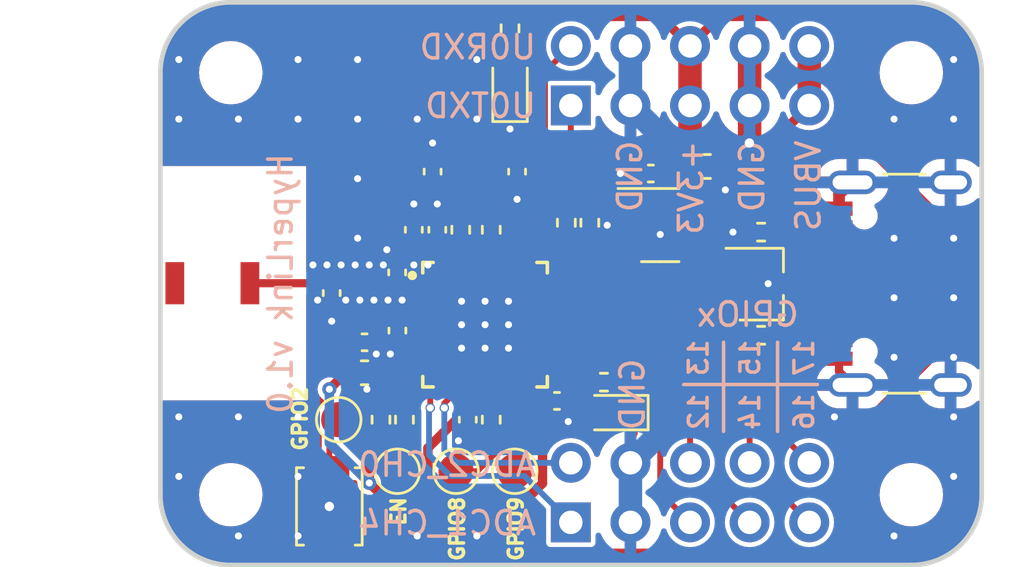
<source format=kicad_pcb>
(kicad_pcb (version 20221018) (generator pcbnew)
  (layers (0 "F.Cu" signal) (31 "B.Cu" signal) (34 "B.Paste" user) (35 "F.Paste" user) (36 "B.SilkS" user "B.Silkscreen") (37 "F.SilkS" user "F.Silkscreen") (38 "B.Mask" user) (39 "F.Mask" user) (44 "Edge.Cuts" user))
  (net 0 "")
  (net 1 "+3V3")
  (net 4 "VBUS")
  (net 5 "GND")
  (net 11 "/USB_D-")
  (net 12 "/USB_D+")
  (net 14 "/GPIO9")
  (net 15 "/GPIO2")
  (net 16 "/EN")
  (net 17 "/RF")
  (net 18 "/ANT")
  (net 19 "/GPIO8")
  (net 20 "/XTAL_P")
  (net 21 "/XTAL_N")
  (net 22 "/XTAL_P_RES")
  (net 23 "/VDD3P3")
  (net 24 "/U0RXD")
  (net 25 "/U0TXD")
  (net 26 "/GPIO12")
  (net 27 "/GPIO13")
  (net 28 "/GPIO14")
  (net 29 "/GPIO15")
  (net 30 "/GPIO16")
  (net 31 "/GPIO17")
  (net 32 "/ADC1_CH4")
  (net 33 "/ADC2_CH0")
  (net 34 "/U0TXD_RES")
  (net 35 "/CC1")
  (net 36 "/CC2")
  (net 38 "/LDO_EN")
  (net 39 "/STATUS_LED_RES")
  (net 40 "/POWER_LED_RES")
  (net 41 "/STATUS_LED")
  (footprint "Package_TO_SOT_SMD:SOT-23-5" (layer "F.Cu") (at 140.3 79.5)
    (fp_text reference "U3" hide)
    (fp_text value "MIC5504-3.3YM5" hide)
  )
  (footprint "Resistor_SMD:R_0402_1005Metric" (layer "F.Cu") (at 144.6 79.8 180)
    (fp_text reference "R7" hide)
    (fp_text value "5k1" hide)
  )
  (footprint "TestPoint:TestPoint_Pad_D1.5mm" (layer "F.Cu") (at 126.6 87.8)
    (fp_text reference "TP4" hide)
    (fp_text value "GPIO2" hide)
  )
  (footprint "MountingHole:MountingHole_2.2mm_M2" (layer "F.Cu") (at 122 73)
    (fp_text reference "H3" hide)
    (fp_text value "MountingHole" hide)
  )
  (footprint "Resistor_SMD:R_0402_1005Metric" (layer "F.Cu") (at 129.4 87.8 90)
    (fp_text reference "R4" hide)
    (fp_text value "10k" hide)
  )
  (footprint "Capacitor_SMD:C_0402_1005Metric" (layer "F.Cu") (at 135.9 87)
    (fp_text reference "C2" hide)
    (fp_text value "100n" hide)
  )
  (footprint "MountingHole:MountingHole_2.2mm_M2" (layer "F.Cu") (at 151 73)
    (fp_text reference "H2" hide)
    (fp_text value "MountingHole" hide)
  )
  (footprint "Resistor_SMD:R_0402_1005Metric" (layer "F.Cu") (at 144.6 84.2 180)
    (fp_text reference "R8" hide)
    (fp_text value "5k1" hide)
  )
  (footprint "Capacitor_SMD:C_0402_1005Metric" (layer "F.Cu") (at 130.6 77.22 90)
    (fp_text reference "C5" hide)
    (fp_text value "10p" hide)
  )
  (footprint "Resistor_SMD:R_0402_1005Metric" (layer "F.Cu") (at 136.3 79.4 -90)
    (fp_text reference "R1" hide)
    (fp_text value "1k5" hide)
  )
  (footprint "Capacitor_SMD:C_0603_1608Metric" (layer "F.Cu") (at 142.3 77)
    (fp_text reference "C7" hide)
    (fp_text value "10u" hide)
  )
  (footprint "TestPoint:TestPoint_Pad_D1.5mm" (layer "F.Cu") (at 134.1 90)
    (fp_text reference "TP2" hide)
    (fp_text value "GPIO9" hide)
  )
  (footprint "Capacitor_SMD:C_0603_1608Metric" (layer "F.Cu") (at 127.7 85.8)
    (fp_text reference "C18" hide)
    (fp_text value "10u" hide)
  )
  (footprint "Capacitor_SMD:C_0402_1005Metric" (layer "F.Cu") (at 126.3 82.4 -90)
    (fp_text reference "C14" hide)
    (fp_text value "4p" hide)
  )
  (footprint "Capacitor_SMD:C_0402_1005Metric" (layer "F.Cu") (at 130.8 79.7 90)
    (fp_text reference "C4" hide)
    (fp_text value "1u" hide)
  )
  (footprint "Capacitor_SMD:C_0402_1005Metric" (layer "F.Cu") (at 129.09 81.52 90)
    (fp_text reference "C1" hide)
    (fp_text value "4.7p" hide)
  )
  (footprint "Inductor_SMD:L_0402_1005Metric" (layer "F.Cu") (at 127.7 81.95)
    (fp_text reference "L1" hide)
    (fp_text value "1.8nH" hide)
  )
  (footprint "Capacitor_SMD:C_0402_1005Metric" (layer "F.Cu") (at 134.2 77.22 -90)
    (fp_text reference "C6" hide)
    (fp_text value "10p" hide)
  )
  (footprint "Inductor_SMD:L_0402_1005Metric" (layer "F.Cu") (at 127.7 83.5)
    (fp_text reference "L2" hide)
    (fp_text value "2n" hide)
  )
  (footprint "TestPoint:TestPoint_Pad_D1.5mm" (layer "F.Cu") (at 131.6 90)
    (fp_text reference "TP3" hide)
    (fp_text value "GPIO8" hide)
  )
  (footprint "Resistor_SMD:R_0402_1005Metric" (layer "F.Cu") (at 137.3 79.4 90)
    (fp_text reference "R10" hide)
    (fp_text value "10k" hide)
  )
  (footprint "Connector_USB:USB_C_Receptacle_GCT_USB4105-xx-A_16P_TopMnt_Horizontal" (layer "F.Cu") (at 151.6 82 90)
    (fp_text reference "J1" hide)
    (fp_text value "USB_C_Receptacle_USB2.0" hide)
  )
  (footprint "Capacitor_SMD:C_0402_1005Metric" (layer "F.Cu") (at 129.1 84 -90)
    (fp_text reference "C15" hide)
    (fp_text value "100n" hide)
  )
  (footprint "MountingHole:MountingHole_2.2mm_M2" (layer "F.Cu") (at 151 91)
    (fp_text reference "H1" hide)
    (fp_text value "MountingHole" hide)
  )
  (footprint "Connector_PinHeader_2.54mm:PinHeader_2x05_P2.54mm_Vertical" (layer "F.Cu") (at 136.49 92.18 90)
    (fp_text reference "J2" hide)
    (fp_text value "Conn_02x05_Odd_Even" hide)
  )
  (footprint "Connector_PinHeader_2.54mm:PinHeader_2x05_P2.54mm_Vertical" (layer "F.Cu") (at 136.49 74.4 90)
    (fp_text reference "J3" hide)
    (fp_text value "Conn_02x05_Odd_Even" hide)
  )
  (footprint "Resistor_SMD:R_0402_1005Metric" (layer "F.Cu") (at 137.9 86.2 180)
    (fp_text reference "R11" hide)
    (fp_text value "1k" hide)
  )
  (footprint "Capacitor_SMD:C_0402_1005Metric" (layer "F.Cu") (at 129.8 79.7 90)
    (fp_text reference "C3" hide)
    (fp_text value "10n" hide)
  )
  (footprint "Resistor_SMD:R_0402_1005Metric" (layer "F.Cu") (at 133.1 87.8 90)
    (fp_text reference "R2" hide)
    (fp_text value "10k" hide)
  )
  (footprint "Capacitor_SMD:C_0402_1005Metric" (layer "F.Cu") (at 139.9 77.3 180)
    (fp_text reference "C12" hide)
    (fp_text value "1u" hide)
  )
  (footprint "Resistor_SMD:R_0402_1005Metric" (layer "F.Cu") (at 128.4 87.8 90)
    (fp_text reference "R3" hide)
    (fp_text value "10k" hide)
  )
  (footprint "Resistor_SMD:R_0402_1005Metric" (layer "F.Cu") (at 131.8 79.7 -90)
    (fp_text reference "R6" hide)
    (fp_text value "0R" hide)
  )
  (footprint "Resistor_SMD:R_0402_1005Metric" (layer "F.Cu") (at 133.9 71.11 -90)
    (fp_text reference "R12" hide)
    (fp_text value "1k" hide)
  )
  (footprint "encyclopedia_galactica:ABM11W-30.0000MHZ-7-D1X-T3" (layer "F.Cu") (at 132.400001 77.4 180)
    (fp_text reference "Y1" hide)
    (fp_text value "ABM11W-40.0000MHZ-8-B1U-T3" hide)
  )
  (footprint "Capacitor_SMD:C_0402_1005Metric" (layer "F.Cu") (at 132.1 87.8 -90)
    (fp_text reference "C17" hide)
    (fp_text value "100n" hide)
  )
  (footprint "LED_SMD:LED_0603_1608Metric" (layer "F.Cu") (at 133.9 73.6 90)
    (fp_text reference "D2" hide)
    (fp_text value "LED" hide)
  )
  (footprint "MountingHole:MountingHole_2.2mm_M2" (layer "F.Cu") (at 122 91)
    (fp_text reference "H4" hide)
    (fp_text value "MountingHole" hide)
  )
  (footprint "Package_TO_SOT_SMD:TSOT-23" (layer "F.Cu") (at 144.6 82)
    (fp_text reference "U2" hide)
    (fp_text value "PESD2USB5UXT" hide)
  )
  (footprint "LED_SMD:LED_0603_1608Metric" (layer "F.Cu") (at 138.3 87.5 180)
    (fp_text reference "D1" hide)
    (fp_text value "LED" hide)
  )
  (footprint "encyclopedia_galactica:QFN32_5X5_EXP" (layer "F.Cu") (at 132.834851 83.7487)
    (fp_text reference "U1" hide)
    (fp_text value "ESP32-C3" hide)
  )
  (footprint "Capacitor_SMD:C_0402_1005Metric" (layer "F.Cu") (at 127.7 84.5)
    (fp_text reference "C16" hide)
    (fp_text value "100n" hide)
  )
  (footprint "TestPoint:TestPoint_Pad_D1.5mm" (layer "F.Cu") (at 129.1 90)
    (fp_text reference "TP1" hide)
    (fp_text value "EN" hide)
  )
  (footprint "Button_Switch_SMD:SW_SPST_B3U-1000P" (layer "F.Cu") (at 126.2 91.5 90)
    (fp_text reference "SW1" hide)
    (fp_text value "SW_Push" hide)
  )
  (footprint "encyclopedia_galactica:2108838-1" (layer "F.Cu") (at 118.715 81.98)
    (fp_text reference "AE1" hide)
    (fp_text value "2108838-1" hide)
  )
  (footprint "Resistor_SMD:R_0402_1005Metric" (layer "F.Cu") (at 133.1 79.7 -90)
    (fp_text reference "R5" hide)
    (fp_text value "500R" hide)
  )
  (gr_line (start 143 84.5) (end 143 88.3) (stroke (width 0.15)) (layer "B.SilkS"))
  (gr_line (start 145.3 84.5) (end 145.3 88.3) (stroke (width 0.15)) (layer "B.SilkS"))
  (gr_line (start 141.3 86.3) (end 147 86.3) (stroke (width 0.15)) (layer "B.SilkS"))
  (gr_line locked (start 122.000001 94) (end 151 94) (stroke (width 0.2)) (layer "Edge.Cuts"))
  (gr_arc locked (start 154.000002 91.000001) (mid 153.121322 93.121321) (end 151.000002 94.000001) (stroke (width 0.2)) (layer "Edge.Cuts"))
  (gr_line locked (start 119.000001 72.999999) (end 119 91) (stroke (width 0.2)) (layer "Edge.Cuts"))
  (gr_arc locked (start 151.000002 69.999999) (mid 153.121321 70.878679) (end 154.000002 72.999999) (stroke (width 0.2)) (layer "Edge.Cuts"))
  (gr_arc locked (start 122 94.000001) (mid 119.878673 93.121322) (end 119 91.000001) (stroke (width 0.2)) (layer "Edge.Cuts"))
  (gr_line locked (start 154.000003 73) (end 154.000002 91.000001) (stroke (width 0.2)) (layer "Edge.Cuts"))
  (gr_arc locked (start 119.000001 73) (mid 119.878674 70.878667) (end 122.000001 70) (stroke (width 0.2)) (layer "Edge.Cuts"))
  (gr_line locked (start 122.000001 70) (end 151 70) (stroke (width 0.2)) (layer "Edge.Cuts"))
  (gr_text "ADC1_CH4" (at 135.1 92.8) (layer "B.SilkS") (effects (font (size 1 1)) (justify left bottom mirror)))
  (gr_text "GND" (at 139.6 75.8 90) (layer "B.SilkS") (effects (font (size 1 1)) (justify left bottom mirror)))
  (gr_text "12" (at 142.4 86.6 90) (layer "B.SilkS") (effects (font (size 0.8 0.8)) (justify left bottom mirror)))
  (gr_text "GPIOx" (at 146.3 83.9) (layer "B.SilkS") (effects (font (size 1 1)) (justify left bottom mirror)))
  (gr_text "HyperLink v1.0" (at 124.7 76.35 90) (layer "B.SilkS") (effects (font (size 1 1)) (justify left bottom mirror)))
  (gr_text "17" (at 146.9 84.3 90) (layer "B.SilkS") (effects (font (size 0.8 0.8)) (justify left bottom mirror)))
  (gr_text "15" (at 144.6 84.3 90) (layer "B.SilkS") (effects (font (size 0.8 0.8)) (justify left bottom mirror)))
  (gr_text "13" (at 142.4 84.3 90) (layer "B.SilkS") (effects (font (size 0.8 0.8)) (justify left bottom mirror)))
  (gr_text "U0TXD" (at 135.1 75) (layer "B.SilkS") (effects (font (size 1 1)) (justify left bottom mirror)))
  (gr_text "16" (at 146.9 86.6 90) (layer "B.SilkS") (effects (font (size 0.8 0.8)) (justify left bottom mirror)))
  (gr_text "VBUS" (at 147.2 75.8 90) (layer "B.SilkS") (effects (font (size 1 1)) (justify left bottom mirror)))
  (gr_text "+3V3" (at 142.2 75.8 90) (layer "B.SilkS") (effects (font (size 1 1)) (justify left bottom mirror)))
  (gr_text "ADC2_CH0" (at 135.1 90.3) (layer "B.SilkS") (effects (font (size 1 1)) (justify left bottom mirror)))
  (gr_text "U0RXD" (at 135.1 72.5) (layer "B.SilkS") (effects (font (size 1 1)) (justify left bottom mirror)))
  (gr_text "GND" (at 139.7 85.1 90) (layer "B.SilkS") (effects (font (size 1 1)) (justify left bottom mirror)))
  (gr_text "14" (at 144.6 86.6 90) (layer "B.SilkS") (effects (font (size 0.8 0.8)) (justify left bottom mirror)))
  (gr_text "GND" (at 144.8 75.8 90) (layer "B.SilkS") (effects (font (size 1 1)) (justify left bottom mirror)))
  (gr_text "GPIO9" (at 134.5 93.9 90) (layer "F.SilkS") (effects (font (size 0.6 0.6)) (justify left bottom)))
  (gr_text "GPIO2" (at 125.3 89.2 90) (layer "F.SilkS") (effects (font (size 0.6 0.6)) (justify left bottom)))
  (gr_text "GPIO8" (at 132 93.9 90) (layer "F.SilkS") (effects (font (size 0.6 0.6)) (justify left bottom)))
  (gr_text "EN" (at 129.5 92.4 90) (layer "F.SilkS") (effects (font (size 0.6 0.6)) (justify left bottom)))
  (segment (start 132.11 87.32) (end 132.1 87.32) (width 0.4) (layer "F.Cu") (net 1))
  (segment (start 142.83 70.6) (end 147.325 70.6) (width 0.4) (layer "F.Cu") (net 1))
  (segment (start 132.08485 86.1974) (end 132.08485 87.30485) (width 0.4) (layer "F.Cu") (net 1))
  (segment (start 135.283551 90.516449) (end 133.878 91.922) (width 0.4) (layer "F.Cu") (net 1))
  (segment (start 126.9 85.8) (end 126.925 85.8) (width 0.4) (layer "F.Cu") (net 1))
  (segment (start 130.4 89.009562) (end 130.4 91.2) (width 0.4) (layer "F.Cu") (net 1))
  (segment (start 141.57 78.35) (end 141.4375 78.35) (width 1) (layer "F.Cu") (net 1))
  (segment (start 130.8 80.515149) (end 130.8 80.18) (width 0.4) (layer "F.Cu") (net 1))
  (segment (start 126.2 86.5) (end 126.9 85.8) (width 0.4) (layer "F.Cu") (net 1))
  (segment (start 127.22 84.5) (end 127.22 85.505) (width 0.4) (layer "F.Cu") (net 1))
  (segment (start 132.2 70.6) (end 128.963 73.837) (width 0.4) (layer "F.Cu") (net 1))
  (segment (start 141.57 74.4) (end 141.57 71.86) (width 1) (layer "F.Cu") (net 1))
  (segment (start 141.57 71.86) (end 140.31 70.6) (width 0.4) (layer "F.Cu") (net 1))
  (segment (start 141.57 74.4) (end 141.57 78.35) (width 1) (layer "F.Cu") (net 1))
  (segment (start 127.22 85.505) (end 126.925 85.8) (width 0.4) (layer "F.Cu") (net 1))
  (segment (start 147.325 70.6) (end 148.2 71.475) (width 0.4) (layer "F.Cu") (net 1))
  (segment (start 148.2 92.5) (end 147.2 93.5) (width 0.4) (layer "F.Cu") (net 1))
  (segment (start 135.283551 85.498699) (end 135.283551 90.516449) (width 0.4) (layer "F.Cu") (net 1))
  (segment (start 148.2 71.475) (end 148.2 75.2) (width 0.4) (layer "F.Cu") (net 1))
  (segment (start 131.084852 81.3) (end 131.1 81.3) (width 0.4) (layer "F.Cu") (net 1))
  (segment (start 127.9 90.5) (end 127.9 88.81) (width 0.4) (layer "F.Cu") (net 1))
  (segment (start 147.2 93.5) (end 135.456 93.5) (width 0.4) (layer "F.Cu") (net 1))
  (segment (start 127.9 90.5) (end 128.6 91.2) (width 0.4) (layer "F.Cu") (net 1))
  (segment (start 133.878 91.922) (end 133.156 91.2) (width 0.4) (layer "F.Cu") (net 1))
  (segment (start 141.57 71.86) (end 142.83 70.6) (width 0.4) (layer "F.Cu") (net 1))
  (segment (start 151.7 78.7) (end 151.7 85.3) (width 0.4) (layer "F.Cu") (net 1))
  (segment (start 128.963 73.837) (end 128.963 79.614471) (width 0.4) (layer "F.Cu") (net 1))
  (segment (start 131.1 81.3) (end 131.342425 81.057575) (width 0.4) (layer "F.Cu") (net 1))
  (segment (start 151.7 85.3) (end 148.2 88.8) (width 0.4) (layer "F.Cu") (net 1))
  (segment (start 128.6 91.2) (end 130.4 91.2) (width 0.4) (layer "F.Cu") (net 1))
  (segment (start 131.342425 81.057575) (end 130.8 80.515149) (width 0.4) (layer "F.Cu") (net 1))
  (segment (start 138.513288 76.5) (end 141.47 76.5) (width 0.4) (layer "F.Cu") (net 1))
  (segment (start 133.156 91.2) (end 130.4 91.2) (width 0.4) (layer "F.Cu") (net 1))
  (segment (start 130.8 80.18) (end 129.8 80.18) (width 0.4) (layer "F.Cu") (net 1))
  (segment (start 129.4 88.31) (end 128.4 88.31) (width 0.4) (layer "F.Cu") (net 1))
  (segment (start 136.3 78.713288) (end 138.513288 76.5) (width 0.4) (layer "F.Cu") (net 1))
  (segment (start 127.215 84.495) (end 127.22 84.5) (width 0.4) (layer "F.Cu") (net 1))
  (segment (start 133.1 88.31) (end 132.11 87.32) (width 0.4) (layer "F.Cu") (net 1))
  (segment (start 132.1 87.32) (end 132.089562 87.32) (width 0.4) (layer "F.Cu") (net 1))
  (segment (start 129.528529 80.18) (end 129.8 80.18) (width 0.4) (layer "F.Cu") (net 1))
  (segment (start 140.31 70.6) (end 132.2 70.6) (width 0.4) (layer "F.Cu") (net 1))
  (segment (start 136.3 78.89) (end 136.3 78.713288) (width 0.4) (layer "F.Cu") (net 1))
  (segment (start 135.456 93.5) (end 133.878 91.922) (width 0.4) (layer "F.Cu") (net 1))
  (segment (start 128.963 79.614471) (end 129.528529 80.18) (width 0.4) (layer "F.Cu") (net 1))
  (segment (start 127.9 88.81) (end 128.4 88.31) (width 0.4) (layer "F.Cu") (net 1))
  (segment (start 148.2 75.2) (end 151.7 78.7) (width 0.4) (layer "F.Cu") (net 1))
  (segment (start 148.2 88.8) (end 148.2 92.5) (width 0.4) (layer "F.Cu") (net 1))
  (segment (start 127.215 83.5) (end 127.215 84.495) (width 0.4) (layer "F.Cu") (net 1))
  (segment (start 131.584851 81.3) (end 131.342425 81.057575) (width 0.4) (layer "F.Cu") (net 1))
  (segment (start 132.089562 87.32) (end 130.4 89.009562) (width 0.4) (layer "F.Cu") (net 1))
  (segment (start 132.08485 87.30485) (end 132.1 87.32) (width 0.4) (layer "F.Cu") (net 1))
  (via (at 126.2 86.5) (size 0.6) (drill 0.3) (layers "F.Cu" "B.Cu") (net 1))
  (via (at 127.9 90.5) (size 0.6) (drill 0.3) (layers "F.Cu" "B.Cu") (net 1))
  (segment (start 127.9 90.5) (end 126.2 88.8) (width 0.4) (layer "B.Cu") (net 1))
  (segment (start 126.2 88.8) (end 126.2 86.5) (width 0.4) (layer "B.Cu") (net 1))
  (segment (start 147.92 84.4) (end 148.42434 84.4) (width 0.35) (layer "F.Cu") (net 4))
  (segment (start 149.597 80.77266) (end 148.42434 79.6) (width 0.35) (layer "F.Cu") (net 4))
  (segment (start 148.42434 84.4) (end 149.597 83.22734) (width 0.35) (layer "F.Cu") (net 4))
  (segment (start 145.452 75.598) (end 145.452 79.152) (width 0.4) (layer "F.Cu") (net 4))
  (segment (start 145.9 79.6) (end 145.452 79.152) (width 0.35) (layer "F.Cu") (net 4))
  (segment (start 140.132112 78.55) (end 139.1625 78.55) (width 0.35) (layer "F.Cu") (net 4))
  (segment (start 147.92 79.6) (end 145.9 79.6) (width 0.35) (layer "F.Cu") (net 4))
  (segment (start 149.597 83.22734) (end 149.597 80.77266) (width 0.35) (layer "F.Cu") (net 4))
  (segment (start 148.42434 79.6) (end 147.92 79.6) (width 0.35) (layer "F.Cu") (net 4))
  (segment (start 137.64 78.55) (end 139.1625 78.55) (width 0.25) (layer "F.Cu") (net 4))
  (segment (start 146.65 71.86) (end 146.65 74.4) (width 1) (layer "F.Cu") (net 4))
  (segment (start 137.3 78.89) (end 137.64 78.55) (width 0.25) (layer "F.Cu") (net 4))
  (segment (start 145.452 79.152) (end 140.734112 79.152) (width 0.35) (layer "F.Cu") (net 4))
  (segment (start 140.734112 79.152) (end 140.132112 78.55) (width 0.35) (layer "F.Cu") (net 4))
  (segment (start 140.38 77.3) (end 140.38 78.302112) (width 0.35) (layer "F.Cu") (net 4))
  (segment (start 140.38 78.302112) (end 140.132112 78.55) (width 0.35) (layer "F.Cu") (net 4))
  (segment (start 146.65 74.4) (end 145.452 75.598) (width 0.4) (layer "F.Cu") (net 4))
  (segment (start 147.92 78.8) (end 147.92 78.255) (width 0.4) (layer "F.Cu") (net 5))
  (segment (start 144.9 82) (end 145.91 82) (width 0.25) (layer "F.Cu") (net 5))
  (segment (start 147.92 85.745) (end 148.495 86.32) (width 0.35) (layer "F.Cu") (net 5))
  (segment (start 147.92 85.2) (end 147.92 85.745) (width 0.35) (layer "F.Cu") (net 5))
  (segment (start 128.65 80.55) (end 129.09 80.99) (width 0.4) (layer "F.Cu") (net 5))
  (segment (start 133.9 74.3875) (end 133.9 75.4) (width 0.4) (layer "F.Cu") (net 5))
  (segment (start 144.09 84.2) (end 145.09 85.2) (width 0.25) (layer "F.Cu") (net 5))
  (segment (start 139.42 77.3) (end 138.6 77.3) (width 0.4) (layer "F.Cu") (net 5))
  (segment (start 130.8 79.22) (end 130.8 78.6) (width 0.4) (layer "F.Cu") (net 5))
  (segment (start 129.09 80.99) (end 129.09 81.04) (width 0.4) (layer "F.Cu") (net 5))
  (segment (start 131.7 88.7) (end 132.1 88.3) (width 0.4) (layer "F.Cu") (net 5))
  (segment (start 128.2 84.52) (end 128.18 84.5) (width 0.4) (layer "F.Cu") (net 5))
  (segment (start 144.11 74.4) (end 144.11 71.86) (width 1) (layer "F.Cu") (net 5))
  (segment (start 131.590001 76.74) (end 131.763001 76.913) (width 0.2) (layer "F.Cu") (net 5))
  (segment (start 130.6 76.74) (end 131.590001 76.74) (width 0.2) (layer "F.Cu") (net 5))
  (segment (start 143.075 78) (end 143.075 77) (width 0.4) (layer "F.Cu") (net 5))
  (segment (start 129.8 79.22) (end 129.8 78.6) (width 0.4) (layer "F.Cu") (net 5))
  (segment (start 126.2 93.2) (end 126.2 91.5) (width 0.4) (layer "F.Cu") (net 5))
  (segment (start 128.2 85) (end 128.2 84.52) (width 0.4) (layer "F.Cu") (net 5))
  (segment (start 143.4 79.8) (end 144.09 79.8) (width 0.4) (layer "F.Cu") (net 5))
  (segment (start 139.0875 87.5) (end 139.0875 89.5825) (width 0.4) (layer "F.Cu") (net 5))
  (segment (start 138.046557 79.5) (end 139.1625 79.5) (width 0.4) (layer "F.Cu") (net 5))
  (segment (start 133.224001 77.7) (end 133.037001 77.887) (width 0.2) (layer "F.Cu") (net 5))
  (segment (start 139.0875 89.5825) (end 139.03 89.64) (width 0.4) (layer "F.Cu") (net 5))
  (segment (start 139.9 79.5) (end 139.1625 79.5) (width 0.4) (layer "F.Cu") (net 5))
  (segment (start 145.09 85.2) (end 147.92 85.2) (width 0.25) (layer "F.Cu") (net 5))
  (segment (start 128.475 85.825) (end 128.475 85.8) (width 0.4) (layer "F.Cu") (net 5))
  (segment (start 134.2 78.4) (end 134.2 77.7) (width 0.4) (layer "F.Cu") (net 5))
  (segment (start 140.3 79.9) (end 139.9 79.5) (width 0.4) (layer "F.Cu") (net 5))
  (segment (start 136.38 87.88) (end 136.38 87) (width 0.4) (layer "F.Cu") (net 5))
  (segment (start 130.6 76) (end 130.6 76.7) (width 0.4) (layer "F.Cu") (net 5))
  (segment (start 126.3 82.88) (end 126.3 83.6) (width 0.4) (layer "F.Cu") (net 5))
  (segment (start 127.8 86.5) (end 128.475 85.825) (width 0.4) (layer "F.Cu") (net 5))
  (segment (start 147.92 78.255) (end 148.495 77.68) (width 0.4) (layer "F.Cu") (net 5))
  (segment (start 134.2 77.7) (end 133.224001 77.7) (width 0.2) (layer "F.Cu") (net 5))
  (segment (start 138.040639 79.505918) (end 138.046557 79.5) (width 0.4) (layer "F.Cu") (net 5))
  (segment (start 144.11 74.4) (end 144.11 75.99) (width 1) (layer "F.Cu") (net 5))
  (segment (start 128.799503 85) (end 128.799503 84.780497) (width 0.4) (layer "F.Cu") (net 5))
  (segment (start 128.799503 84.780497) (end 129.1 84.48) (width 0.4) (layer "F.Cu") (net 5))
  (segment (start 132.1 88.3) (end 132.1 88.28) (width 0.4) (layer "F.Cu") (net 5))
  (segment (start 144.11 75.99) (end 144.1 76) (width 1) (layer "F.Cu") (net 5))
  (via (at 127.405 74.979999) (size 0.4) (drill 0.3) (layers "F.Cu" "B.Cu") (net 5))
  (via (at 132.485 72.439999) (size 0.4) (drill 0.3) (layers "F.Cu" "B.Cu") (net 5))
  (via (at 122.325 92.759999) (size 0.4) (drill 0.3) (layers "F.Cu" "B.Cu") (net 5))
  (via (at 130.4 81.2) (size 0.4) (drill 0.3) (layers "F.Cu" "B.Cu") (net 5))
  (via (at 128.65 80.55) (size 0.4) (drill 0.3) (layers "F.Cu" "B.Cu") (net 5))
  (via (at 126.9 82.7) (size 0.4) (drill 0.3) (layers "F.Cu" "B.Cu") (net 5))
  (via (at 119.785 72.439999) (size 0.4) (drill 0.3) (layers "F.Cu" "B.Cu") (net 5))
  (via (at 138.6 77.3) (size 0.6) (drill 0.3) (layers "F.Cu" "B.Cu") (net 5))
  (via (at 129.8 81.2) (size 0.4) (drill 0.3) (layers "F.Cu" "B.Cu") (net 5))
  (via (at 152.805 87.679999) (size 0.4) (drill 0.3) (layers "F.Cu" "B.Cu") (net 5))
  (via (at 147.725 87.679999) (size 0.4) (drill 0.3) (layers "F.Cu" "B.Cu") (net 5))
  (via (at 133.9 75.4) (size 0.6) (drill 0.3) (layers "F.Cu" "B.Cu") (net 5))
  (via (at 128.1 82.7) (size 0.4) (drill 0.3) (layers "F.Cu" "B.Cu") (net 5))
  (via (at 124.865 92.759999) (size 0.4) (drill 0.3) (layers "F.Cu" "B.Cu") (net 5))
  (via (at 132.485 74.979999) (size 0.4) (drill 0.3) (layers "F.Cu" "B.Cu") (net 5))
  (via (at 133.834851 84.7487) (size 0.4) (drill 0.3) (layers "F.Cu" "B.Cu") (net 5))
  (via (at 126.7 81.2) (size 0.4) (drill 0.3) (layers "F.Cu" "B.Cu") (net 5))
  (via (at 134.2 78.4) (size 0.4) (drill 0.3) (layers "F.Cu" "B.Cu") (net 5))
  (via (at 132.834851 83.7487) (size 0.4) (drill 0.3) (layers "F.Cu" "B.Cu") (net 5))
  (via (at 131.834851 84.7487) (size 0.4) (drill 0.3) (layers "F.Cu" "B.Cu") (net 5))
  (via (at 127.5 82.7) (size 0.4) (drill 0.3) (layers "F.Cu" "B.Cu") (net 5))
  (via (at 152.805 74.979999) (size 0.4) (drill 0.3) (layers "F.Cu" "B.Cu") (net 5))
  (via (at 127.405 80.059999) (size 0.4) (drill 0.3) (layers "F.Cu" "B.Cu") (net 5))
  (via (at 136.38 87.88) (size 0.6) (drill 0.3) (layers "F.Cu" "B.Cu") (net 5))
  (via (at 143.075 78) (size 0.6) (drill 0.3) (layers "F.Cu" "B.Cu") (net 5))
  (via (at 138.040639 79.505918) (size 0.6) (drill 0.3) (layers "F.Cu" "B.Cu") (net 5))
  (via (at 131.834851 83.7487) (size 0.4) (drill 0.3) (layers "F.Cu" "B.Cu") (net 5))
  (via (at 124.865 72.439999) (size 0.4) (drill 0.3) (layers "F.Cu" "B.Cu") (net 5))
  (via (at 132.834851 82.7487) (size 0.4) (drill 0.3) (layers "F.Cu" "B.Cu") (net 5))
  (via (at 124.865 74.979999) (size 0.4) (drill 0.3) (layers "F.Cu" "B.Cu") (net 5))
  (via (at 130.6 76) (size 0.4) (drill 0.3) (layers "F.Cu" "B.Cu") (net 5))
  (via (at 150.265 74.979999) (size 0.4) (drill 0.3) (layers "F.Cu" "B.Cu") (net 5))
  (via (at 124.865 87.679999) (size 0.4) (drill 0.3) (layers "F.Cu" "B.Cu") (net 5))
  (via (at 126.2 91.5) (size 0.9) (drill 0.4) (layers "F.Cu" "B.Cu") (net 5))
  (via (at 150.265 92.759999) (size 0.4) (drill 0.3) (layers "F.Cu" "B.Cu") (net 5))
  (via (at 128.799503 85) (size 0.4) (drill 0.3) (layers "F.Cu" "B.Cu") (net 5))
  (via (at 144.9 82) (size 0.6) (drill 0.3) (layers "F.Cu" "B.Cu") (net 5))
  (via (at 127.405 72.439999) (size 0.4) (drill 0.3) (layers "F.Cu" "B.Cu") (net 5))
  (via (at 143.4 79.8) (size 0.6) (drill 0.3) (layers "F.Cu" "B.Cu") (net 5))
  (via (at 119.785 87.679999) (size 0.4) (drill 0.3) (layers "F.Cu" "B.Cu") (net 5))
  (via (at 133.834851 83.7487) (size 0.4) (drill 0.3) (layers "F.Cu" "B.Cu") (net 5))
  (via (at 152.805 90.219999) (size 0.4) (drill 0.3) (layers "F.Cu" "B.Cu") (net 5))
  (via (at 152.805 85.139999) (size 0.4) (drill 0.3) (layers "F.Cu" "B.Cu") (net 5))
  (via (at 131.834851 82.7487) (size 0.4) (drill 0.3) (layers "F.Cu" "B.Cu") (net 5))
  (via (at 127.3 81.2) (size 0.4) (drill 0.3) (layers "F.Cu" "B.Cu") (net 5))
  (via (at 122.325 87.679999) (size 0.4) (drill 0.3) (layers "F.Cu" "B.Cu") (net 5))
  (via (at 119.785 90.219999) (size 0.4) (drill 0.3) (layers "F.Cu" "B.Cu") (net 5))
  (via (at 128.7 82.7) (size 0.4) (drill 0.3) (layers "F.Cu" "B.Cu") (net 5))
  (via (at 152.805 80.059999) (size 0.4) (drill 0.3) (layers "F.Cu" "B.Cu") (net 5))
  (via (at 129.8 78.6) (size 0.4) (drill 0.3) (layers "F.Cu" "B.Cu") (net 5))
  (via (at 132.834851 84.7487) (size 0.4) (drill 0.3) (layers "F.Cu" "B.Cu") (net 5))
  (via (at 122.325 74.979999) (size 0.4) (drill 0.3) (layers "F.Cu" "B.Cu") (net 5))
  (via (at 126.3 83.6) (size 0.4) (drill 0.3) (layers "F.Cu" "B.Cu") (net 5))
  (via (at 152.805 82.599999) (size 0.4) (drill 0.3) (layers "F.Cu" "B.Cu") (net 5))
  (via (at 129.945 92.759999) (size 0.4) (drill 0.3) (layers "F.Cu" "B.Cu") (net 5))
  (via (at 130.8 78.6) (size 0.4) (drill 0.3) (layers "F.Cu" "B.Cu") (net 5))
  (via (at 125.7 82.7) (size 0.4) (drill 0.3) (layers "F.Cu" "B.Cu") (net 5))
  (via (at 150.265 85.139999) (size 0.4) (drill 0.3) (layers "F.Cu" "B.Cu") (net 5))
  (via (at 140.3 79.9) (size 0.6) (drill 0.3) (layers "F.Cu" "B.Cu") (net 5))
  (via (at 132.485 92.759999) (size 0.4) (drill 0.3) (layers "F.Cu" "B.Cu") (net 5))
  (via (at 128.2 85) (size 0.4) (drill 0.3) (layers "F.Cu" "B.Cu") (net 5))
  (via (at 129.945 74.979999) (size 0.4) (drill 0.3) (layers "F.Cu" "B.Cu") (net 5))
  (via (at 129.3 82.7) (size 0.4) (drill 0.3) (layers "F.Cu" "B.Cu") (net 5))
  (via (at 119.785 74.979999) (size 0.4) (drill 0.3) (layers "F.Cu" "B.Cu") (net 5))
  (via (at 126.099503 81.2) (size 0.4) (drill 0.3) (layers "F.Cu" "B.Cu") (net 5))
  (via (at 144.1 76) (size 0.9) (drill 0.4) (layers "F.Cu" "B.Cu") (net 5))
  (via (at 133.834851 82.7487) (size 0.4) (drill 0.3) (layers "F.Cu" "B.Cu") (net 5))
  (via (at 125.5 81.2) (size 0.4) (drill 0.3) (layers "F.Cu" "B.Cu") (net 5))
  (via (at 131.7 88.7) (size 0.4) (drill 0.3) (layers "F.Cu" "B.Cu") (net 5))
  (via (at 152.805 72.439999) (size 0.4) (drill 0.3) (layers "F.Cu" "B.Cu") (net 5))
  (via (at 127.9 81.2) (size 0.4) (drill 0.3) (layers "F.Cu" "B.Cu") (net 5))
  (via (at 124.865 90.219999) (size 0.4) (drill 0.3) (layers "F.Cu" "B.Cu") (net 5))
  (via (at 128.5 81.2) (size 0.4) (drill 0.3) (layers "F.Cu" "B.Cu") (net 5))
  (via (at 127.8 86.5) (size 0.6) (drill 0.3) (layers "F.Cu" "B.Cu") (net 5))
  (via (at 150.265 80.059999) (size 0.4) (drill 0.3) (layers "F.Cu" "B.Cu") (net 5))
  (via (at 150.265 82.599999) (size 0.4) (drill 0.3) (layers "F.Cu" "B.Cu") (net 5))
  (via (at 127.405 77.519999) (size 0.4) (drill 0.3) (layers "F.Cu" "B.Cu") (net 5))
  (segment (start 143.43 78.8) (end 146.3 78.8) (width 1) (layer "B.Cu") (net 5))
  (segment (start 139.03 92.18) (end 139.03 89.64) (width 1) (layer "B.Cu") (net 5))
  (segment (start 139.03 74.4) (end 139.03 71.86) (width 1) (layer "B.Cu") (net 5))
  (segment (start 143.47 85.2) (end 139.03 89.64) (width 1) (layer "B.Cu") (net 5))
  (segment (start 139.03 74.4) (end 143.43 78.8) (width 1) (layer "B.Cu") (net 5))
  (segment (start 146.3 85.2) (end 143.47 85.2) (width 1) (layer "B.Cu") (net 5))
  (segment (start 151 84.099999) (end 150.9 83.999999) (width 0.4) (layer "B.Cu") (net 5))
  (segment (start 148.55 81.75) (end 147.92 81.75) (width 0.25) (layer "F.Cu") (net 11))
  (segment (start 134.58485 81.01515) (end 134.723 80.877) (width 0.25) (layer "F.Cu") (net 11))
  (segment (start 138.523684 82.2) (end 144.3 82.2) (width 0.25) (layer "F.Cu") (net 11))
  (segment (start 148.8 82.5) (end 148.8 82) (width 0.25) (layer "F.Cu") (net 11))
  (segment (start 144.85 82.75) (end 147.92 82.75) (width 0.25) (layer "F.Cu") (net 11))
  (segment (start 148.8 82) (end 148.55 81.75) (width 0.25) (layer "F.Cu") (net 11))
  (segment (start 147.92 82.75) (end 148.55 82.75) (width 0.25) (layer "F.Cu") (net 11))
  (segment (start 137.200684 80.877) (end 138.523684 82.2) (width 0.25) (layer "F.Cu") (net 11))
  (segment (start 144.3 82.2) (end 144.85 82.75) (width 0.25) (layer "F.Cu") (net 11))
  (segment (start 134.58485 81.3) (end 134.58485 81.01515) (width 0.25) (layer "F.Cu") (net 11))
  (segment (start 148.55 82.75) (end 148.8 82.5) (width 0.25) (layer "F.Cu") (net 11))
  (segment (start 134.723 80.877) (end 137.200684 80.877) (width 0.25) (layer "F.Cu") (net 11))
  (segment (start 143.29 82.21) (end 143.29 82.95) (width 0.25) (layer "F.Cu") (net 11))
  (segment (start 147.245 82.25) (end 147.92 82.25) (width 0.25) (layer "F.Cu") (net 12))
  (segment (start 138.656842 81.8) (end 144.3 81.8) (width 0.25) (layer "F.Cu") (net 12))
  (segment (start 143.29 81.79) (end 143.29 81.05) (width 0.25) (layer "F.Cu") (net 12))
  (segment (start 147 82.005) (end 147.245 82.25) (width 0.25) (layer "F.Cu") (net 12))
  (segment (start 137.356842 80.5) (end 138.656842 81.8) (width 0.25) (layer "F.Cu") (net 12))
  (segment (start 144.3 81.8) (end 144.85 81.25) (width 0.25) (layer "F.Cu") (net 12))
  (segment (start 134.084851 80.915149) (end 134.084851 81.3) (width 0.25) (layer "F.Cu") (net 12))
  (segment (start 136.3 80.5) (end 137.356842 80.5) (width 0.25) (layer "F.Cu") (net 12))
  (segment (start 144.85 81.25) (end 147.92 81.25) (width 0.25) (layer "F.Cu") (net 12))
  (segment (start 134.5 80.5) (end 134.084851 80.915149) (width 0.25) (layer "F.Cu") (net 12))
  (segment (start 147.191 81.25) (end 147 81.441) (width 0.25) (layer "F.Cu") (net 12))
  (segment (start 136.3 79.91) (end 136.3 80.5) (width 0.25) (layer "F.Cu") (net 12))
  (segment (start 147 81.441) (end 147 82.005) (width 0.25) (layer "F.Cu") (net 12))
  (segment (start 147.92 81.25) (end 147.191 81.25) (width 0.25) (layer "F.Cu") (net 12))
  (segment (start 136.3 80.5) (end 134.5 80.5) (width 0.25) (layer "F.Cu") (net 12))
  (segment (start 134.084851 86.1974) (end 134.084851 87.351692) (width 0.25) (layer "F.Cu") (net 14))
  (segment (start 134.177 87.443841) (end 134.177 89.923) (width 0.25) (layer "F.Cu") (net 14))
  (segment (start 134.177 89.923) (end 134.1 90) (width 0.25) (layer "F.Cu") (net 14))
  (segment (start 134.084851 87.351692) (end 134.177 87.443841) (width 0.25) (layer "F.Cu") (net 14))
  (segment (start 126.2 88.2) (end 126.6 87.8) (width 0.25) (layer "F.Cu") (net 15))
  (segment (start 127.11 87.29) (end 126.6 87.8) (width 0.25) (layer "F.Cu") (net 15))
  (segment (start 128.4 87.29) (end 127.11 87.29) (width 0.25) (layer "F.Cu") (net 15))
  (segment (start 129.323 86.367) (end 128.4 87.29) (width 0.2) (layer "F.Cu") (net 15))
  (segment (start 126.2 89.8) (end 126.2 88.2) (width 0.25) (layer "F.Cu") (net 15))
  (segment (start 129.323 85.190703) (end 129.323 86.367) (width 0.2) (layer "F.Cu") (net 15))
  (segment (start 130.386151 84.498701) (end 130.015002 84.498701) (width 0.2) (layer "F.Cu") (net 15))
  (segment (start 130.015002 84.498701) (end 129.323 85.190703) (width 0.2) (layer "F.Cu") (net 15))
  (segment (start 129.947 89.153) (end 129.1 90) (width 0.2) (layer "F.Cu") (net 16))
  (segment (start 129.947 87.747) (end 129.947 89.153) (width 0.2) (layer "F.Cu") (net 16))
  (segment (start 129.977451 84.9987) (end 129.65 85.326151) (width 0.2) (layer "F.Cu") (net 16))
  (segment (start 130.386151 84.9987) (end 129.977451 84.9987) (width 0.2) (layer "F.Cu") (net 16))
  (segment (start 129.65 87.45) (end 129.947 87.747) (width 0.2) (layer "F.Cu") (net 16))
  (segment (start 129.65 85.326151) (end 129.65 87.45) (width 0.2) (layer "F.Cu") (net 16))
  (segment (start 127.185 81.98) (end 122.815 81.98) (width 0.35) (layer "F.Cu") (net 17))
  (segment (start 127.215 81.95) (end 127.185 81.98) (width 0.35) (layer "F.Cu") (net 17))
  (segment (start 128.2317 81.9967) (end 130.386151 81.9967) (width 0.35) (layer "F.Cu") (net 18))
  (segment (start 128.185 81.95) (end 128.2317 81.9967) (width 0.35) (layer "F.Cu") (net 18))
  (segment (start 133.584852 87.384852) (end 133.584852 86.1974) (width 0.25) (layer "F.Cu") (net 19))
  (segment (start 133.8 88.7) (end 133.8 87.6) (width 0.25) (layer "F.Cu") (net 19))
  (segment (start 133.1 87.29) (end 133.49 87.29) (width 0.25) (layer "F.Cu") (net 19))
  (segment (start 131.6 90) (end 132.5 90) (width 0.25) (layer "F.Cu") (net 19))
  (segment (start 133.49 87.29) (end 133.584852 87.384852) (width 0.25) (layer "F.Cu") (net 19))
  (segment (start 132.5 90) (end 133.8 88.7) (width 0.25) (layer "F.Cu") (net 19))
  (segment (start 133.8 87.6) (end 133.584852 87.384852) (width 0.25) (layer "F.Cu") (net 19))
  (segment (start 131.8 79.19) (end 131.8 77.923999) (width 0.2) (layer "F.Cu") (net 20))
  (segment (start 130.6 77.7) (end 131.576001 77.7) (width 0.2) (layer "F.Cu") (net 20))
  (segment (start 131.576001 77.7) (end 131.763001 77.887) (width 0.2) (layer "F.Cu") (net 20))
  (segment (start 131.8 77.923999) (end 131.763001 77.887) (width 0.2) (layer "F.Cu") (net 20))
  (segment (start 134.2 76.74) (end 133.210001 76.74) (width 0.2) (layer "F.Cu") (net 21))
  (segment (start 132.578 78.578) (end 132.4 78.4) (width 0.15) (layer "F.Cu") (net 21))
  (segment (start 133.210001 76.74) (end 133.037001 76.913) (width 0.2) (layer "F.Cu") (net 21))
  (segment (start 132.4 77.349001) (end 132.836001 76.913) (width 0.15) (layer "F.Cu") (net 21))
  (segment (start 132.836001 76.913) (end 133.037001 76.913) (width 0.15) (layer "F.Cu") (net 21))
  (segment (start 132.4 78.4) (end 132.4 77.349001) (width 0.15) (layer "F.Cu") (net 21))
  (segment (start 132.584851 81.3) (end 132.578 81.293149) (width 0.15) (layer "F.Cu") (net 21))
  (segment (start 132.578 81.293149) (end 132.578 78.578) (width 0.15) (layer "F.Cu") (net 21))
  (segment (start 132.08485 80.69485) (end 131.6 80.21) (width 0.25) (layer "F.Cu") (net 22))
  (segment (start 132.08485 81.3) (end 132.08485 80.69485) (width 0.25) (layer "F.Cu") (net 22))
  (segment (start 128.185 83.5) (end 129.08 83.5) (width 0.4) (layer "F.Cu") (net 23))
  (segment (start 129.898699 82.998699) (end 129.892425 82.992425) (width 0.4) (layer "F.Cu") (net 23))
  (segment (start 130.386151 82.4987) (end 129.892425 82.992425) (width 0.4) (layer "F.Cu") (net 23))
  (segment (start 130.386151 82.998699) (end 129.898699 82.998699) (width 0.4) (layer "F.Cu") (net 23))
  (segment (start 129.08 83.5) (end 129.1 83.52) (width 0.4) (layer "F.Cu") (net 23))
  (segment (start 129.364851 83.52) (end 129.1 83.52) (width 0.4) (layer "F.Cu") (net 23))
  (segment (start 129.892425 82.992425) (end 129.364851 83.52) (width 0.4) (layer "F.Cu") (net 23))
  (segment (start 133.584852 80.615148) (end 136.49 77.71) (width 0.25) (layer "F.Cu") (net 24))
  (segment (start 133.584852 81.3) (end 133.584852 80.615148) (width 0.25) (layer "F.Cu") (net 24))
  (segment (start 136.49 77.71) (end 136.49 74.4) (width 0.25) (layer "F.Cu") (net 24))
  (segment (start 135.388 78.012) (end 135.388 72.962) (width 0.25) (layer "F.Cu") (net 25))
  (segment (start 135.388 72.962) (end 136.49 71.86) (width 0.25) (layer "F.Cu") (net 25))
  (segment (start 134.21 79.19) (end 135.388 78.012) (width 0.25) (layer "F.Cu") (net 25))
  (segment (start 133.1 79.19) (end 134.21 79.19) (width 0.25) (layer "F.Cu") (net 25))
  (segment (start 140.3 90.91) (end 141.57 92.18) (width 0.25) (layer "F.Cu") (net 26))
  (segment (start 140.3 87.175264) (end 140.3 90.91) (width 0.25) (layer "F.Cu") (net 26))
  (segment (start 135.283551 84.498701) (end 137.623437 84.498701) (width 0.25) (layer "F.Cu") (net 26))
  (segment (start 137.623437 84.498701) (end 140.3 87.175264) (width 0.25) (layer "F.Cu") (net 26))
  (segment (start 141.57 87.912106) (end 141.57 89.64) (width 0.25) (layer "F.Cu") (net 27))
  (segment (start 135.283551 83.9987) (end 137.656594 83.9987) (width 0.25) (layer "F.Cu") (net 27))
  (segment (start 137.656594 83.9987) (end 141.57 87.912106) (width 0.25) (layer "F.Cu") (net 27))
  (segment (start 142.9 90.97) (end 144.11 92.18) (width 0.25) (layer "F.Cu") (net 28))
  (segment (start 142.9 88.708948) (end 142.9 90.97) (width 0.25) (layer "F.Cu") (net 28))
  (segment (start 135.283551 83.4987) (end 137.689752 83.4987) (width 0.25) (layer "F.Cu") (net 28))
  (segment (start 137.689752 83.4987) (end 142.9 88.708948) (width 0.25) (layer "F.Cu") (net 28))
  (segment (start 144.11 88.243158) (end 144.11 89.64) (width 0.25) (layer "F.Cu") (net 29))
  (segment (start 137.722909 82.998699) (end 142.17821 87.454) (width 0.25) (layer "F.Cu") (net 29))
  (segment (start 143.320842 87.454) (end 144.11 88.243158) (width 0.25) (layer "F.Cu") (net 29))
  (segment (start 135.283551 82.998699) (end 137.722909 82.998699) (width 0.25) (layer "F.Cu") (net 29))
  (segment (start 142.17821 87.454) (end 143.320842 87.454) (width 0.25) (layer "F.Cu") (net 29))
  (segment (start 145.4 90.93) (end 146.65 92.18) (width 0.25) (layer "F.Cu") (net 30))
  (segment (start 143.477 87.077) (end 145.4 89) (width 0.25) (layer "F.Cu") (net 30))
  (segment (start 145.4 89) (end 145.4 90.93) (width 0.25) (layer "F.Cu") (net 30))
  (segment (start 137.756068 82.4987) (end 142.334368 87.077) (width 0.25) (layer "F.Cu") (net 30))
  (segment (start 135.283551 82.4987) (end 137.756068 82.4987) (width 0.25) (layer "F.Cu") (net 30))
  (segment (start 142.334368 87.077) (end 143.477 87.077) (width 0.25) (layer "F.Cu") (net 30))
  (segment (start 142.490526 86.7) (end 143.71 86.7) (width 0.25) (layer "F.Cu") (net 31))
  (segment (start 135.283551 81.998701) (end 137.789227 81.998701) (width 0.25) (layer "F.Cu") (net 31))
  (segment (start 143.71 86.7) (end 146.65 89.64) (width 0.25) (layer "F.Cu") (net 31))
  (segment (start 137.789227 81.998701) (end 142.490526 86.7) (width 0.25) (layer "F.Cu") (net 31))
  (segment (start 130.5 87.3) (end 130.5 86.782252) (width 0.25) (layer "F.Cu") (net 32))
  (segment (start 130.5 86.782252) (end 131.084852 86.1974) (width 0.25) (layer "F.Cu") (net 32))
  (via (at 130.5 87.3) (size 0.4) (drill 0.3) (layers "F.Cu" "B.Cu") (net 32))
  (segment (start 130.448 89.298) (end 131.35 90.2) (width 0.25) (layer "B.Cu") (net 32))
  (segment (start 130.448 87.352) (end 130.448 89.298) (width 0.25) (layer "B.Cu") (net 32))
  (segment (start 130.5 87.3) (end 130.448 87.352) (width 0.25) (layer "B.Cu") (net 32))
  (segment (start 134.51 90.2) (end 136.49 92.18) (width 0.25) (layer "B.Cu") (net 32))
  (segment (start 131.35 90.2) (end 134.51 90.2) (width 0.25) (layer "B.Cu") (net 32))
  (segment (start 131.099503 87.3) (end 131.099503 87.100248) (width 0.25) (layer "F.Cu") (net 33))
  (segment (start 131.099503 87.100248) (end 131.584851 86.6149) (width 0.25) (layer "F.Cu") (net 33))
  (segment (start 131.584851 86.6149) (end 131.584851 86.1974) (width 0.25) (layer "F.Cu") (net 33))
  (via (at 131.099503 87.3) (size 0.4) (drill 0.3) (layers "F.Cu" "B.Cu") (net 33))
  (segment (start 131.099503 87.3) (end 131.099503 89.099503) (width 0.25) (layer "B.Cu") (net 33))
  (segment (start 131.64 89.64) (end 136.49 89.64) (width 0.25) (layer "B.Cu") (net 33))
  (segment (start 131.099503 89.099503) (end 131.64 89.64) (width 0.25) (layer "B.Cu") (net 33))
  (segment (start 133.084851 81.3) (end 133.084851 80.365149) (width 0.25) (layer "F.Cu") (net 34))
  (segment (start 147.92 83.25) (end 147.095 83.25) (width 0.25) (layer "F.Cu") (net 35))
  (segment (start 146.145 84.2) (end 145.11 84.2) (width 0.25) (layer "F.Cu") (net 35))
  (segment (start 147.095 83.25) (end 146.145 84.2) (width 0.25) (layer "F.Cu") (net 35))
  (segment (start 145.56 80.25) (end 147.92 80.25) (width 0.25) (layer "F.Cu") (net 36))
  (segment (start 145.11 79.8) (end 145.56 80.25) (width 0.25) (layer "F.Cu") (net 36))
  (segment (start 137.84 80.45) (end 139.1625 80.45) (width 0.25) (layer "F.Cu") (net 38))
  (segment (start 137.3 79.91) (end 137.84 80.45) (width 0.25) (layer "F.Cu") (net 38))
  (segment (start 137.39 87.3775) (end 137.5125 87.5) (width 0.25) (layer "F.Cu") (net 39))
  (segment (start 137.39 86.2) (end 137.39 87.3775) (width 0.25) (layer "F.Cu") (net 39))
  (segment (start 133.9 71.62) (end 133.9 72.8125) (width 0.25) (layer "F.Cu") (net 40))
  (segment (start 135.283551 84.9987) (end 137.2087 84.9987) (width 0.25) (layer "F.Cu") (net 41))
  (segment (start 137.2087 84.9987) (end 138.41 86.2) (width 0.25) (layer "F.Cu") (net 41))
  (zone locked (net 5) (net_name "GND") (layer "F.Cu") (priority 2) (connect_pads (clearance 0.2)) (min_thickness 0.25) (fill yes (thermal_gap 0.5) (thermal_bridge_width 0.5))
    (polygon (pts (xy 119 76.98) (xy 119 70) (xy 154 70) (xy 154 94) (xy 119 94) (xy 119 86.98) (xy 125.215 86.98) (xy 125.215 76.98)))
  )
  (zone (net 5) (net_name "GND") (layer "B.Cu") (connect_pads (clearance 0.2)) (min_thickness 0.25) (fill yes (thermal_gap 0.5) (thermal_bridge_width 0.5))
    (polygon (pts (xy 119 70) (xy 154 70) (xy 154 94) (xy 119 94)))
  )
)
</source>
